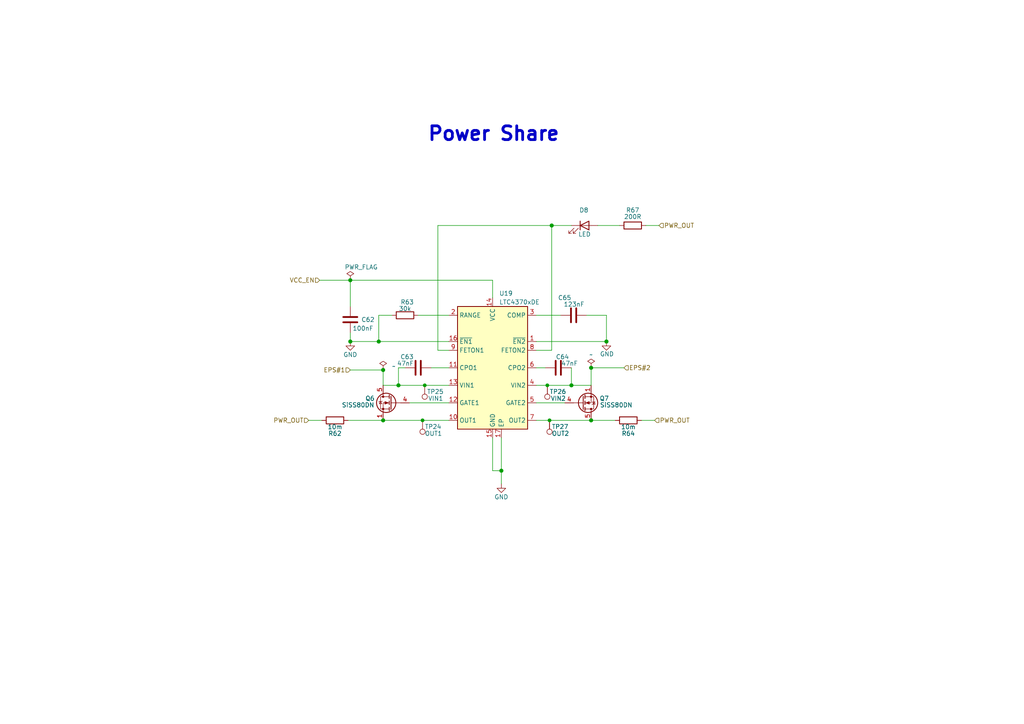
<source format=kicad_sch>
(kicad_sch (version 20211123) (generator eeschema)

  (uuid 2fea3fd4-eca3-456c-acc3-f7ff04372db3)

  (paper "A4")

  (lib_symbols
    (symbol "Connector:TestPoint" (pin_numbers hide) (pin_names (offset 0.762) hide) (in_bom yes) (on_board yes)
      (property "Reference" "TP" (id 0) (at 0 6.858 0)
        (effects (font (size 1.27 1.27)))
      )
      (property "Value" "TestPoint" (id 1) (at 0 5.08 0)
        (effects (font (size 1.27 1.27)))
      )
      (property "Footprint" "" (id 2) (at 5.08 0 0)
        (effects (font (size 1.27 1.27)) hide)
      )
      (property "Datasheet" "~" (id 3) (at 5.08 0 0)
        (effects (font (size 1.27 1.27)) hide)
      )
      (property "ki_keywords" "test point tp" (id 4) (at 0 0 0)
        (effects (font (size 1.27 1.27)) hide)
      )
      (property "ki_description" "test point" (id 5) (at 0 0 0)
        (effects (font (size 1.27 1.27)) hide)
      )
      (property "ki_fp_filters" "Pin* Test*" (id 6) (at 0 0 0)
        (effects (font (size 1.27 1.27)) hide)
      )
      (symbol "TestPoint_0_1"
        (circle (center 0 3.302) (radius 0.762)
          (stroke (width 0) (type default) (color 0 0 0 0))
          (fill (type none))
        )
      )
      (symbol "TestPoint_1_1"
        (pin passive line (at 0 0 90) (length 2.54)
          (name "1" (effects (font (size 1.27 1.27))))
          (number "1" (effects (font (size 1.27 1.27))))
        )
      )
    )
    (symbol "Device:C" (pin_numbers hide) (pin_names (offset 0.254)) (in_bom yes) (on_board yes)
      (property "Reference" "C" (id 0) (at 0.635 2.54 0)
        (effects (font (size 1.27 1.27)) (justify left))
      )
      (property "Value" "C" (id 1) (at 0.635 -2.54 0)
        (effects (font (size 1.27 1.27)) (justify left))
      )
      (property "Footprint" "" (id 2) (at 0.9652 -3.81 0)
        (effects (font (size 1.27 1.27)) hide)
      )
      (property "Datasheet" "~" (id 3) (at 0 0 0)
        (effects (font (size 1.27 1.27)) hide)
      )
      (property "ki_keywords" "cap capacitor" (id 4) (at 0 0 0)
        (effects (font (size 1.27 1.27)) hide)
      )
      (property "ki_description" "Unpolarized capacitor" (id 5) (at 0 0 0)
        (effects (font (size 1.27 1.27)) hide)
      )
      (property "ki_fp_filters" "C_*" (id 6) (at 0 0 0)
        (effects (font (size 1.27 1.27)) hide)
      )
      (symbol "C_0_1"
        (polyline
          (pts
            (xy -2.032 -0.762)
            (xy 2.032 -0.762)
          )
          (stroke (width 0.508) (type default) (color 0 0 0 0))
          (fill (type none))
        )
        (polyline
          (pts
            (xy -2.032 0.762)
            (xy 2.032 0.762)
          )
          (stroke (width 0.508) (type default) (color 0 0 0 0))
          (fill (type none))
        )
      )
      (symbol "C_1_1"
        (pin passive line (at 0 3.81 270) (length 2.794)
          (name "~" (effects (font (size 1.27 1.27))))
          (number "1" (effects (font (size 1.27 1.27))))
        )
        (pin passive line (at 0 -3.81 90) (length 2.794)
          (name "~" (effects (font (size 1.27 1.27))))
          (number "2" (effects (font (size 1.27 1.27))))
        )
      )
    )
    (symbol "Device:LED" (pin_numbers hide) (pin_names (offset 1.016) hide) (in_bom yes) (on_board yes)
      (property "Reference" "D" (id 0) (at 0 2.54 0)
        (effects (font (size 1.27 1.27)))
      )
      (property "Value" "LED" (id 1) (at 0 -2.54 0)
        (effects (font (size 1.27 1.27)))
      )
      (property "Footprint" "" (id 2) (at 0 0 0)
        (effects (font (size 1.27 1.27)) hide)
      )
      (property "Datasheet" "~" (id 3) (at 0 0 0)
        (effects (font (size 1.27 1.27)) hide)
      )
      (property "ki_keywords" "LED diode" (id 4) (at 0 0 0)
        (effects (font (size 1.27 1.27)) hide)
      )
      (property "ki_description" "Light emitting diode" (id 5) (at 0 0 0)
        (effects (font (size 1.27 1.27)) hide)
      )
      (property "ki_fp_filters" "LED* LED_SMD:* LED_THT:*" (id 6) (at 0 0 0)
        (effects (font (size 1.27 1.27)) hide)
      )
      (symbol "LED_0_1"
        (polyline
          (pts
            (xy -1.27 -1.27)
            (xy -1.27 1.27)
          )
          (stroke (width 0.254) (type default) (color 0 0 0 0))
          (fill (type none))
        )
        (polyline
          (pts
            (xy -1.27 0)
            (xy 1.27 0)
          )
          (stroke (width 0) (type default) (color 0 0 0 0))
          (fill (type none))
        )
        (polyline
          (pts
            (xy 1.27 -1.27)
            (xy 1.27 1.27)
            (xy -1.27 0)
            (xy 1.27 -1.27)
          )
          (stroke (width 0.254) (type default) (color 0 0 0 0))
          (fill (type none))
        )
        (polyline
          (pts
            (xy -3.048 -0.762)
            (xy -4.572 -2.286)
            (xy -3.81 -2.286)
            (xy -4.572 -2.286)
            (xy -4.572 -1.524)
          )
          (stroke (width 0) (type default) (color 0 0 0 0))
          (fill (type none))
        )
        (polyline
          (pts
            (xy -1.778 -0.762)
            (xy -3.302 -2.286)
            (xy -2.54 -2.286)
            (xy -3.302 -2.286)
            (xy -3.302 -1.524)
          )
          (stroke (width 0) (type default) (color 0 0 0 0))
          (fill (type none))
        )
      )
      (symbol "LED_1_1"
        (pin passive line (at -3.81 0 0) (length 2.54)
          (name "K" (effects (font (size 1.27 1.27))))
          (number "1" (effects (font (size 1.27 1.27))))
        )
        (pin passive line (at 3.81 0 180) (length 2.54)
          (name "A" (effects (font (size 1.27 1.27))))
          (number "2" (effects (font (size 1.27 1.27))))
        )
      )
    )
    (symbol "Device:R" (pin_numbers hide) (pin_names (offset 0)) (in_bom yes) (on_board yes)
      (property "Reference" "R" (id 0) (at 2.032 0 90)
        (effects (font (size 1.27 1.27)))
      )
      (property "Value" "R" (id 1) (at 0 0 90)
        (effects (font (size 1.27 1.27)))
      )
      (property "Footprint" "" (id 2) (at -1.778 0 90)
        (effects (font (size 1.27 1.27)) hide)
      )
      (property "Datasheet" "~" (id 3) (at 0 0 0)
        (effects (font (size 1.27 1.27)) hide)
      )
      (property "ki_keywords" "R res resistor" (id 4) (at 0 0 0)
        (effects (font (size 1.27 1.27)) hide)
      )
      (property "ki_description" "Resistor" (id 5) (at 0 0 0)
        (effects (font (size 1.27 1.27)) hide)
      )
      (property "ki_fp_filters" "R_*" (id 6) (at 0 0 0)
        (effects (font (size 1.27 1.27)) hide)
      )
      (symbol "R_0_1"
        (rectangle (start -1.016 -2.54) (end 1.016 2.54)
          (stroke (width 0.254) (type default) (color 0 0 0 0))
          (fill (type none))
        )
      )
      (symbol "R_1_1"
        (pin passive line (at 0 3.81 270) (length 1.27)
          (name "~" (effects (font (size 1.27 1.27))))
          (number "1" (effects (font (size 1.27 1.27))))
        )
        (pin passive line (at 0 -3.81 90) (length 1.27)
          (name "~" (effects (font (size 1.27 1.27))))
          (number "2" (effects (font (size 1.27 1.27))))
        )
      )
    )
    (symbol "Power_Management:LTC4370xDE" (in_bom yes) (on_board yes)
      (property "Reference" "U" (id 0) (at -8.89 19.05 0)
        (effects (font (size 1.27 1.27)))
      )
      (property "Value" "LTC4370xDE" (id 1) (at 7.62 19.05 0)
        (effects (font (size 1.27 1.27)))
      )
      (property "Footprint" "Package_DFN_QFN:DFN-16-1EP_3x4mm_P0.45mm_EP1.7x3.3mm" (id 2) (at 0 -22.86 0)
        (effects (font (size 1.27 1.27)) hide)
      )
      (property "Datasheet" "https://www.analog.com/media/en/technical-documentation/data-sheets/4370f.pdf" (id 3) (at 2.54 0 0)
        (effects (font (size 1.27 1.27)) hide)
      )
      (property "ki_keywords" "ideal-diode or-ing current sharing load balancing" (id 4) (at 0 0 0)
        (effects (font (size 1.27 1.27)) hide)
      )
      (property "ki_description" "OR Controller Current Sharing Controller N-Channel 2:1, DFN-16" (id 5) (at 0 0 0)
        (effects (font (size 1.27 1.27)) hide)
      )
      (property "ki_fp_filters" "DFN*1EP*3x4mm*P0.45mm*" (id 6) (at 0 0 0)
        (effects (font (size 1.27 1.27)) hide)
      )
      (symbol "LTC4370xDE_0_1"
        (rectangle (start -10.16 17.78) (end 10.16 -17.78)
          (stroke (width 0.254) (type default) (color 0 0 0 0))
          (fill (type background))
        )
      )
      (symbol "LTC4370xDE_1_1"
        (pin input line (at 12.7 7.62 180) (length 2.54)
          (name "~{EN2}" (effects (font (size 1.27 1.27))))
          (number "1" (effects (font (size 1.27 1.27))))
        )
        (pin input line (at -12.7 -15.24 0) (length 2.54)
          (name "OUT1" (effects (font (size 1.27 1.27))))
          (number "10" (effects (font (size 1.27 1.27))))
        )
        (pin passive line (at -12.7 0 0) (length 2.54)
          (name "CPO1" (effects (font (size 1.27 1.27))))
          (number "11" (effects (font (size 1.27 1.27))))
        )
        (pin output line (at -12.7 -10.16 0) (length 2.54)
          (name "GATE1" (effects (font (size 1.27 1.27))))
          (number "12" (effects (font (size 1.27 1.27))))
        )
        (pin power_in line (at -12.7 -5.08 0) (length 2.54)
          (name "VIN1" (effects (font (size 1.27 1.27))))
          (number "13" (effects (font (size 1.27 1.27))))
        )
        (pin power_in line (at 0 20.32 270) (length 2.54)
          (name "VCC" (effects (font (size 1.27 1.27))))
          (number "14" (effects (font (size 1.27 1.27))))
        )
        (pin power_in line (at 0 -20.32 90) (length 2.54)
          (name "GND" (effects (font (size 1.27 1.27))))
          (number "15" (effects (font (size 1.27 1.27))))
        )
        (pin input line (at -12.7 7.62 0) (length 2.54)
          (name "~{EN1}" (effects (font (size 1.27 1.27))))
          (number "16" (effects (font (size 1.27 1.27))))
        )
        (pin passive line (at 2.54 -20.32 90) (length 2.54)
          (name "EP" (effects (font (size 1.27 1.27))))
          (number "17" (effects (font (size 1.27 1.27))))
        )
        (pin passive line (at -12.7 15.24 0) (length 2.54)
          (name "RANGE" (effects (font (size 1.27 1.27))))
          (number "2" (effects (font (size 1.27 1.27))))
        )
        (pin passive line (at 12.7 15.24 180) (length 2.54)
          (name "COMP" (effects (font (size 1.27 1.27))))
          (number "3" (effects (font (size 1.27 1.27))))
        )
        (pin power_in line (at 12.7 -5.08 180) (length 2.54)
          (name "VIN2" (effects (font (size 1.27 1.27))))
          (number "4" (effects (font (size 1.27 1.27))))
        )
        (pin output line (at 12.7 -10.16 180) (length 2.54)
          (name "GATE2" (effects (font (size 1.27 1.27))))
          (number "5" (effects (font (size 1.27 1.27))))
        )
        (pin passive line (at 12.7 0 180) (length 2.54)
          (name "CPO2" (effects (font (size 1.27 1.27))))
          (number "6" (effects (font (size 1.27 1.27))))
        )
        (pin input line (at 12.7 -15.24 180) (length 2.54)
          (name "OUT2" (effects (font (size 1.27 1.27))))
          (number "7" (effects (font (size 1.27 1.27))))
        )
        (pin open_collector line (at 12.7 5.08 180) (length 2.54)
          (name "FETON2" (effects (font (size 1.27 1.27))))
          (number "8" (effects (font (size 1.27 1.27))))
        )
        (pin open_collector line (at -12.7 5.08 0) (length 2.54)
          (name "FETON1" (effects (font (size 1.27 1.27))))
          (number "9" (effects (font (size 1.27 1.27))))
        )
      )
    )
    (symbol "Transistor_FET:SiS454DN" (pin_names hide) (in_bom yes) (on_board yes)
      (property "Reference" "Q" (id 0) (at 5.08 1.905 0)
        (effects (font (size 1.27 1.27)) (justify left))
      )
      (property "Value" "SiS454DN" (id 1) (at 5.08 0 0)
        (effects (font (size 1.27 1.27)) (justify left))
      )
      (property "Footprint" "Package_SO:Vishay_PowerPAK_1212-8_Single" (id 2) (at 5.08 -1.905 0)
        (effects (font (size 1.27 1.27) italic) (justify left) hide)
      )
      (property "Datasheet" "https://www.vishay.com/docs/66707/sis454dn.pdf" (id 3) (at 0 0 0)
        (effects (font (size 1.27 1.27)) (justify left) hide)
      )
      (property "ki_keywords" "N-Channel MOSFET" (id 4) (at 0 0 0)
        (effects (font (size 1.27 1.27)) hide)
      )
      (property "ki_description" "35A Id, 20V Vds, N-Channel MOSFET, PowerPAK 1212-8 Single" (id 5) (at 0 0 0)
        (effects (font (size 1.27 1.27)) hide)
      )
      (property "ki_fp_filters" "Vishay*PowerPAK*1212*Single*" (id 6) (at 0 0 0)
        (effects (font (size 1.27 1.27)) hide)
      )
      (symbol "SiS454DN_0_1"
        (polyline
          (pts
            (xy 0.254 0)
            (xy -2.54 0)
          )
          (stroke (width 0) (type default) (color 0 0 0 0))
          (fill (type none))
        )
        (polyline
          (pts
            (xy 0.254 1.905)
            (xy 0.254 -1.905)
          )
          (stroke (width 0.254) (type default) (color 0 0 0 0))
          (fill (type none))
        )
        (polyline
          (pts
            (xy 0.762 -1.27)
            (xy 0.762 -2.286)
          )
          (stroke (width 0.254) (type default) (color 0 0 0 0))
          (fill (type none))
        )
        (polyline
          (pts
            (xy 0.762 0.508)
            (xy 0.762 -0.508)
          )
          (stroke (width 0.254) (type default) (color 0 0 0 0))
          (fill (type none))
        )
        (polyline
          (pts
            (xy 0.762 2.286)
            (xy 0.762 1.27)
          )
          (stroke (width 0.254) (type default) (color 0 0 0 0))
          (fill (type none))
        )
        (polyline
          (pts
            (xy 2.54 2.54)
            (xy 2.54 1.778)
          )
          (stroke (width 0) (type default) (color 0 0 0 0))
          (fill (type none))
        )
        (polyline
          (pts
            (xy 2.54 -2.54)
            (xy 2.54 0)
            (xy 0.762 0)
          )
          (stroke (width 0) (type default) (color 0 0 0 0))
          (fill (type none))
        )
        (polyline
          (pts
            (xy 0.762 -1.778)
            (xy 3.302 -1.778)
            (xy 3.302 1.778)
            (xy 0.762 1.778)
          )
          (stroke (width 0) (type default) (color 0 0 0 0))
          (fill (type none))
        )
        (polyline
          (pts
            (xy 1.016 0)
            (xy 2.032 0.381)
            (xy 2.032 -0.381)
            (xy 1.016 0)
          )
          (stroke (width 0) (type default) (color 0 0 0 0))
          (fill (type outline))
        )
        (polyline
          (pts
            (xy 2.794 0.508)
            (xy 2.921 0.381)
            (xy 3.683 0.381)
            (xy 3.81 0.254)
          )
          (stroke (width 0) (type default) (color 0 0 0 0))
          (fill (type none))
        )
        (polyline
          (pts
            (xy 3.302 0.381)
            (xy 2.921 -0.254)
            (xy 3.683 -0.254)
            (xy 3.302 0.381)
          )
          (stroke (width 0) (type default) (color 0 0 0 0))
          (fill (type none))
        )
        (circle (center 1.651 0) (radius 2.794)
          (stroke (width 0.254) (type default) (color 0 0 0 0))
          (fill (type none))
        )
        (circle (center 2.54 -1.778) (radius 0.254)
          (stroke (width 0) (type default) (color 0 0 0 0))
          (fill (type outline))
        )
        (circle (center 2.54 1.778) (radius 0.254)
          (stroke (width 0) (type default) (color 0 0 0 0))
          (fill (type outline))
        )
      )
      (symbol "SiS454DN_1_1"
        (pin passive line (at 2.54 -5.08 90) (length 2.54)
          (name "S" (effects (font (size 1.27 1.27))))
          (number "1" (effects (font (size 1.27 1.27))))
        )
        (pin passive line (at 2.54 -5.08 90) (length 2.54) hide
          (name "S" (effects (font (size 1.27 1.27))))
          (number "2" (effects (font (size 1.27 1.27))))
        )
        (pin passive line (at 2.54 -5.08 90) (length 2.54) hide
          (name "S" (effects (font (size 1.27 1.27))))
          (number "3" (effects (font (size 1.27 1.27))))
        )
        (pin input line (at -5.08 0 0) (length 2.54)
          (name "G" (effects (font (size 1.27 1.27))))
          (number "4" (effects (font (size 1.27 1.27))))
        )
        (pin passive line (at 2.54 5.08 270) (length 2.54)
          (name "D" (effects (font (size 1.27 1.27))))
          (number "5" (effects (font (size 1.27 1.27))))
        )
      )
    )
    (symbol "power:GND" (power) (pin_names (offset 0)) (in_bom yes) (on_board yes)
      (property "Reference" "#PWR" (id 0) (at 0 -6.35 0)
        (effects (font (size 1.27 1.27)) hide)
      )
      (property "Value" "GND" (id 1) (at 0 -3.81 0)
        (effects (font (size 1.27 1.27)))
      )
      (property "Footprint" "" (id 2) (at 0 0 0)
        (effects (font (size 1.27 1.27)) hide)
      )
      (property "Datasheet" "" (id 3) (at 0 0 0)
        (effects (font (size 1.27 1.27)) hide)
      )
      (property "ki_keywords" "power-flag" (id 4) (at 0 0 0)
        (effects (font (size 1.27 1.27)) hide)
      )
      (property "ki_description" "Power symbol creates a global label with name \"GND\" , ground" (id 5) (at 0 0 0)
        (effects (font (size 1.27 1.27)) hide)
      )
      (symbol "GND_0_1"
        (polyline
          (pts
            (xy 0 0)
            (xy 0 -1.27)
            (xy 1.27 -1.27)
            (xy 0 -2.54)
            (xy -1.27 -1.27)
            (xy 0 -1.27)
          )
          (stroke (width 0) (type default) (color 0 0 0 0))
          (fill (type none))
        )
      )
      (symbol "GND_1_1"
        (pin power_in line (at 0 0 270) (length 0) hide
          (name "GND" (effects (font (size 1.27 1.27))))
          (number "1" (effects (font (size 1.27 1.27))))
        )
      )
    )
    (symbol "power:PWR_FLAG" (power) (pin_numbers hide) (pin_names (offset 0) hide) (in_bom yes) (on_board yes)
      (property "Reference" "#FLG" (id 0) (at 0 1.905 0)
        (effects (font (size 1.27 1.27)) hide)
      )
      (property "Value" "PWR_FLAG" (id 1) (at 0 3.81 0)
        (effects (font (size 1.27 1.27)))
      )
      (property "Footprint" "" (id 2) (at 0 0 0)
        (effects (font (size 1.27 1.27)) hide)
      )
      (property "Datasheet" "~" (id 3) (at 0 0 0)
        (effects (font (size 1.27 1.27)) hide)
      )
      (property "ki_keywords" "power-flag" (id 4) (at 0 0 0)
        (effects (font (size 1.27 1.27)) hide)
      )
      (property "ki_description" "Special symbol for telling ERC where power comes from" (id 5) (at 0 0 0)
        (effects (font (size 1.27 1.27)) hide)
      )
      (symbol "PWR_FLAG_0_0"
        (pin power_out line (at 0 0 90) (length 0)
          (name "pwr" (effects (font (size 1.27 1.27))))
          (number "1" (effects (font (size 1.27 1.27))))
        )
      )
      (symbol "PWR_FLAG_0_1"
        (polyline
          (pts
            (xy 0 0)
            (xy 0 1.27)
            (xy -1.016 1.905)
            (xy 0 2.54)
            (xy 1.016 1.905)
            (xy 0 1.27)
          )
          (stroke (width 0) (type default) (color 0 0 0 0))
          (fill (type none))
        )
      )
    )
  )

  (junction (at 159.385 121.92) (diameter 0) (color 0 0 0 0)
    (uuid 08278bf4-f6e9-44ff-9adf-6e32e38a8a34)
  )
  (junction (at 101.6 99.06) (diameter 1.016) (color 0 0 0 0)
    (uuid 17ae423f-6f17-4fd2-aea5-d3d8c77fc776)
  )
  (junction (at 111.125 121.92) (diameter 1.016) (color 0 0 0 0)
    (uuid 1865e3cc-eab3-47af-9960-88cfba1e9259)
  )
  (junction (at 115.57 111.76) (diameter 1.016) (color 0 0 0 0)
    (uuid 557bb52d-e17c-47df-b43b-bdb1b2282920)
  )
  (junction (at 111.125 107.315) (diameter 1.016) (color 0 0 0 0)
    (uuid 7b5f62e2-70ca-4758-b159-c85e71374ff8)
  )
  (junction (at 109.855 99.06) (diameter 1.016) (color 0 0 0 0)
    (uuid 7e9e8112-44fc-4216-ac01-88d07c366d80)
  )
  (junction (at 158.75 111.76) (diameter 0) (color 0 0 0 0)
    (uuid b226a041-a7ec-42f9-8871-339a0bba8fd1)
  )
  (junction (at 123.19 111.76) (diameter 0) (color 0 0 0 0)
    (uuid bf81f6e2-ffb3-4e72-80b1-c468caaf1da9)
  )
  (junction (at 171.45 106.68) (diameter 1.016) (color 0 0 0 0)
    (uuid c1138cb6-aa60-4fae-9b51-8c58b8d505bb)
  )
  (junction (at 122.555 121.92) (diameter 0) (color 0 0 0 0)
    (uuid c7efea67-c5c9-4d4c-a7dc-1bcddab8c606)
  )
  (junction (at 101.6 81.28) (diameter 1.016) (color 0 0 0 0)
    (uuid cba8ab97-0377-43bd-bef7-6314ce99d4ae)
  )
  (junction (at 145.415 136.525) (diameter 1.016) (color 0 0 0 0)
    (uuid ce052e62-9895-4eaf-b763-02bb1f2f2fc0)
  )
  (junction (at 175.895 99.06) (diameter 1.016) (color 0 0 0 0)
    (uuid d4cd87e2-b977-4912-8c02-b958c3339182)
  )
  (junction (at 165.735 111.76) (diameter 1.016) (color 0 0 0 0)
    (uuid e2cf0e60-d46d-43a0-8c43-11f95b75bd32)
  )
  (junction (at 160.02 65.405) (diameter 1.016) (color 0 0 0 0)
    (uuid eacb8113-e0ce-4580-bfb3-1a131027d34b)
  )
  (junction (at 171.45 121.92) (diameter 1.016) (color 0 0 0 0)
    (uuid f3ba663e-8563-4c48-a8cc-72c18d8d96e8)
  )

  (wire (pts (xy 122.555 121.92) (xy 130.175 121.92))
    (stroke (width 0) (type solid) (color 0 0 0 0))
    (uuid 11acf68e-b267-4635-86b8-6f03c2c91aff)
  )
  (wire (pts (xy 101.6 96.52) (xy 101.6 99.06))
    (stroke (width 0) (type solid) (color 0 0 0 0))
    (uuid 15300c78-cac1-4acf-a248-1aea9c2f046d)
  )
  (wire (pts (xy 159.385 121.92) (xy 171.45 121.92))
    (stroke (width 0) (type solid) (color 0 0 0 0))
    (uuid 2a66cc3a-c090-4ce0-a61f-f7e30ae6a985)
  )
  (wire (pts (xy 155.575 106.68) (xy 158.115 106.68))
    (stroke (width 0) (type solid) (color 0 0 0 0))
    (uuid 321c3fc1-b22a-4f81-8032-1403298881b3)
  )
  (wire (pts (xy 165.735 106.68) (xy 165.735 111.76))
    (stroke (width 0) (type solid) (color 0 0 0 0))
    (uuid 358ae2b4-d39f-4313-8e8c-470a49c25681)
  )
  (wire (pts (xy 145.415 127) (xy 145.415 136.525))
    (stroke (width 0) (type solid) (color 0 0 0 0))
    (uuid 3a1f31d4-33bc-4227-ab03-87b9ec2cbe94)
  )
  (wire (pts (xy 145.415 136.525) (xy 145.415 140.335))
    (stroke (width 0) (type solid) (color 0 0 0 0))
    (uuid 3a1f31d4-33bc-4227-ab03-87b9ec2cbe95)
  )
  (wire (pts (xy 142.875 127) (xy 142.875 136.525))
    (stroke (width 0) (type solid) (color 0 0 0 0))
    (uuid 3b4a9caa-dc7b-4e2e-b2b0-90e7a81fe3fb)
  )
  (wire (pts (xy 115.57 106.68) (xy 115.57 111.76))
    (stroke (width 0) (type solid) (color 0 0 0 0))
    (uuid 43a23b2b-f932-4397-9c49-6a5c30c97413)
  )
  (wire (pts (xy 123.19 111.76) (xy 130.175 111.76))
    (stroke (width 0) (type solid) (color 0 0 0 0))
    (uuid 4d271c30-63f0-4082-8f97-4aaca832b92e)
  )
  (wire (pts (xy 127 101.6) (xy 127 65.405))
    (stroke (width 0) (type solid) (color 0 0 0 0))
    (uuid 5a5180e7-058f-4bb5-b0b4-ba1588e8a909)
  )
  (wire (pts (xy 130.175 101.6) (xy 127 101.6))
    (stroke (width 0) (type solid) (color 0 0 0 0))
    (uuid 5a5180e7-058f-4bb5-b0b4-ba1588e8a90a)
  )
  (wire (pts (xy 100.965 121.92) (xy 111.125 121.92))
    (stroke (width 0) (type solid) (color 0 0 0 0))
    (uuid 5c6c1697-d2e0-4a82-99b3-7a618c8827c3)
  )
  (wire (pts (xy 111.125 121.92) (xy 122.555 121.92))
    (stroke (width 0) (type solid) (color 0 0 0 0))
    (uuid 5c6c1697-d2e0-4a82-99b3-7a618c8827c4)
  )
  (wire (pts (xy 155.575 91.44) (xy 162.56 91.44))
    (stroke (width 0) (type solid) (color 0 0 0 0))
    (uuid 5daf77da-b4e9-4deb-a921-8bcf8f87a599)
  )
  (wire (pts (xy 173.355 65.405) (xy 179.705 65.405))
    (stroke (width 0) (type solid) (color 0 0 0 0))
    (uuid 5f7b8b2a-566c-49be-a5f6-0f2ec6835f49)
  )
  (wire (pts (xy 125.095 106.68) (xy 130.175 106.68))
    (stroke (width 0) (type solid) (color 0 0 0 0))
    (uuid 6e5cbb8d-b7f7-4819-b76c-658f0b1d3cfd)
  )
  (wire (pts (xy 101.6 81.28) (xy 142.875 81.28))
    (stroke (width 0) (type solid) (color 0 0 0 0))
    (uuid 82d80e64-058a-4fbe-bd4a-161d76b6630c)
  )
  (wire (pts (xy 101.6 88.9) (xy 101.6 81.28))
    (stroke (width 0) (type solid) (color 0 0 0 0))
    (uuid 82d80e64-058a-4fbe-bd4a-161d76b6630d)
  )
  (wire (pts (xy 186.055 121.92) (xy 189.865 121.92))
    (stroke (width 0) (type solid) (color 0 0 0 0))
    (uuid 8ef31014-c534-4826-8fee-a20c34bc77de)
  )
  (wire (pts (xy 165.735 65.405) (xy 160.02 65.405))
    (stroke (width 0) (type solid) (color 0 0 0 0))
    (uuid 9353fa21-7e96-4086-b175-fb2a1e911709)
  )
  (wire (pts (xy 121.285 91.44) (xy 130.175 91.44))
    (stroke (width 0) (type solid) (color 0 0 0 0))
    (uuid 93863061-216d-41c3-9afc-e391c40acd06)
  )
  (wire (pts (xy 180.975 106.68) (xy 171.45 106.68))
    (stroke (width 0) (type solid) (color 0 0 0 0))
    (uuid 99755dbb-9003-4bba-893a-d14708584fcf)
  )
  (wire (pts (xy 101.6 99.06) (xy 109.855 99.06))
    (stroke (width 0) (type solid) (color 0 0 0 0))
    (uuid 9979c2aa-e757-491a-8c78-340bc08424f0)
  )
  (wire (pts (xy 142.875 136.525) (xy 145.415 136.525))
    (stroke (width 0) (type solid) (color 0 0 0 0))
    (uuid 9d76852f-8a6b-42ef-a9dc-e7e4f3b042cb)
  )
  (wire (pts (xy 109.855 91.44) (xy 109.855 99.06))
    (stroke (width 0) (type solid) (color 0 0 0 0))
    (uuid a37118e8-d843-457a-a79f-f277e827b176)
  )
  (wire (pts (xy 109.855 99.06) (xy 130.175 99.06))
    (stroke (width 0) (type solid) (color 0 0 0 0))
    (uuid a37118e8-d843-457a-a79f-f277e827b177)
  )
  (wire (pts (xy 113.665 91.44) (xy 109.855 91.44))
    (stroke (width 0) (type solid) (color 0 0 0 0))
    (uuid a37118e8-d843-457a-a79f-f277e827b178)
  )
  (wire (pts (xy 187.325 65.405) (xy 191.135 65.405))
    (stroke (width 0) (type solid) (color 0 0 0 0))
    (uuid ab05231b-ad2a-4d83-a20f-22d728d44de6)
  )
  (wire (pts (xy 111.125 107.315) (xy 111.125 111.76))
    (stroke (width 0) (type solid) (color 0 0 0 0))
    (uuid acf55831-8b38-46a4-8c4a-0d417568a7d8)
  )
  (wire (pts (xy 142.875 86.36) (xy 142.875 81.28))
    (stroke (width 0) (type solid) (color 0 0 0 0))
    (uuid b14f2a9a-d3bb-4e86-b583-08285da827ee)
  )
  (wire (pts (xy 155.575 99.06) (xy 175.895 99.06))
    (stroke (width 0) (type solid) (color 0 0 0 0))
    (uuid b292fb52-6cf0-46cc-9b93-016425ff7080)
  )
  (wire (pts (xy 117.475 106.68) (xy 115.57 106.68))
    (stroke (width 0) (type solid) (color 0 0 0 0))
    (uuid b2ca5036-395e-44a5-ad45-e3edad20198a)
  )
  (wire (pts (xy 118.745 116.84) (xy 130.175 116.84))
    (stroke (width 0) (type solid) (color 0 0 0 0))
    (uuid bd949ea8-5a40-473d-be33-cfbdfe83f36f)
  )
  (wire (pts (xy 170.18 91.44) (xy 175.895 91.44))
    (stroke (width 0) (type solid) (color 0 0 0 0))
    (uuid c3eae586-c7fc-4357-acc6-9fa53de3fa71)
  )
  (wire (pts (xy 175.895 91.44) (xy 175.895 99.06))
    (stroke (width 0) (type solid) (color 0 0 0 0))
    (uuid c3eae586-c7fc-4357-acc6-9fa53de3fa72)
  )
  (wire (pts (xy 101.6 107.315) (xy 111.125 107.315))
    (stroke (width 0) (type solid) (color 0 0 0 0))
    (uuid c50d297c-c1bd-405c-8309-919ea05d2f65)
  )
  (wire (pts (xy 93.345 121.92) (xy 89.535 121.92))
    (stroke (width 0) (type solid) (color 0 0 0 0))
    (uuid c54615ad-d7cf-4160-92f4-49ea5a14b8f6)
  )
  (wire (pts (xy 111.125 111.76) (xy 115.57 111.76))
    (stroke (width 0) (type solid) (color 0 0 0 0))
    (uuid d7ab8398-447c-43b1-b3bc-83ace0a24285)
  )
  (wire (pts (xy 115.57 111.76) (xy 123.19 111.76))
    (stroke (width 0) (type solid) (color 0 0 0 0))
    (uuid d7ab8398-447c-43b1-b3bc-83ace0a24286)
  )
  (wire (pts (xy 155.575 101.6) (xy 160.02 101.6))
    (stroke (width 0) (type solid) (color 0 0 0 0))
    (uuid db0662e3-a04a-464a-8087-6a6fd89d6467)
  )
  (wire (pts (xy 160.02 65.405) (xy 127 65.405))
    (stroke (width 0) (type solid) (color 0 0 0 0))
    (uuid db0662e3-a04a-464a-8087-6a6fd89d6468)
  )
  (wire (pts (xy 160.02 101.6) (xy 160.02 65.405))
    (stroke (width 0) (type solid) (color 0 0 0 0))
    (uuid db0662e3-a04a-464a-8087-6a6fd89d6469)
  )
  (wire (pts (xy 155.575 111.76) (xy 158.75 111.76))
    (stroke (width 0) (type solid) (color 0 0 0 0))
    (uuid e002972f-c1db-4644-85c4-55672037a657)
  )
  (wire (pts (xy 165.735 111.76) (xy 171.45 111.76))
    (stroke (width 0) (type solid) (color 0 0 0 0))
    (uuid e002972f-c1db-4644-85c4-55672037a658)
  )
  (wire (pts (xy 92.71 81.28) (xy 101.6 81.28))
    (stroke (width 0) (type solid) (color 0 0 0 0))
    (uuid e34d454f-c60d-42a3-a151-2103ea267148)
  )
  (wire (pts (xy 171.45 106.68) (xy 171.45 111.76))
    (stroke (width 0) (type solid) (color 0 0 0 0))
    (uuid ebc26132-88d1-40c0-abf8-0cd245ef422b)
  )
  (wire (pts (xy 155.575 116.84) (xy 163.83 116.84))
    (stroke (width 0) (type solid) (color 0 0 0 0))
    (uuid ed4495a5-66e2-48b5-9929-b91130bf244e)
  )
  (wire (pts (xy 155.575 121.92) (xy 159.385 121.92))
    (stroke (width 0) (type solid) (color 0 0 0 0))
    (uuid fa55f18e-7f67-4861-bd6e-e6bb153ea2cb)
  )
  (wire (pts (xy 171.45 121.92) (xy 178.435 121.92))
    (stroke (width 0) (type solid) (color 0 0 0 0))
    (uuid fa55f18e-7f67-4861-bd6e-e6bb153ea2cc)
  )
  (wire (pts (xy 158.75 111.76) (xy 165.735 111.76))
    (stroke (width 0) (type solid) (color 0 0 0 0))
    (uuid fcb4d5e4-47ec-4be4-9a81-c261c8e6d062)
  )

  (text "Power Share" (at 123.825 41.275 0)
    (effects (font (size 4 4) (thickness 0.8) bold) (justify left bottom))
    (uuid f12f9177-daaa-4d26-9876-f2af60b27492)
  )

  (hierarchical_label "VCC_EN" (shape input) (at 92.71 81.28 180)
    (effects (font (size 1.27 1.27)) (justify right))
    (uuid 01531d62-ea5b-4514-b251-4e14eb2294a5)
  )
  (hierarchical_label "PWR_OUT" (shape input) (at 89.535 121.92 180)
    (effects (font (size 1.27 1.27)) (justify right))
    (uuid 32f2ea97-3b5d-4b13-b59c-d470bb5f701e)
  )
  (hierarchical_label "PWR_OUT" (shape input) (at 189.865 121.92 0)
    (effects (font (size 1.27 1.27)) (justify left))
    (uuid 42b803df-e3e3-47f1-abf1-d1243ccbb9e2)
  )
  (hierarchical_label "PWR_OUT" (shape input) (at 191.135 65.405 0)
    (effects (font (size 1.27 1.27)) (justify left))
    (uuid b609a8d0-0802-4762-9183-f4da6101cc9b)
  )
  (hierarchical_label "EPS#2" (shape input) (at 180.975 106.68 0)
    (effects (font (size 1.27 1.27)) (justify left))
    (uuid c46bc12c-424d-421c-b02f-6d8c1cbb65c2)
  )
  (hierarchical_label "EPS#1" (shape input) (at 101.6 107.315 180)
    (effects (font (size 1.27 1.27)) (justify right))
    (uuid d92476d0-9759-4944-99bd-7c11a2528abb)
  )

  (symbol (lib_id "Transistor_FET:SiS454DN") (at 113.665 116.84 0) (mirror y)
    (in_bom yes) (on_board yes)
    (uuid 1231c43f-14ca-47cc-9675-e5654a66914e)
    (property "Reference" "Q6" (id 0) (at 107.315 115.57 0))
    (property "Value" "SiSS80DN" (id 1) (at 108.585 117.475 0)
      (effects (font (size 1.27 1.27)) (justify left))
    )
    (property "Footprint" "Package_SO:Vishay_PowerPAK_1212-8_Single" (id 2) (at 108.585 118.745 0)
      (effects (font (size 1.27 1.27) italic) (justify left) hide)
    )
    (property "Datasheet" "https://www.vishay.com/docs/66707/sis454dn.pdf" (id 3) (at 113.665 116.84 0)
      (effects (font (size 1.27 1.27)) (justify left) hide)
    )
    (pin "1" (uuid 44bc5832-053e-418c-881c-29fee48e7b81))
    (pin "2" (uuid b9eb8bdd-2d5e-43b5-a1d2-7234d0e22a48))
    (pin "3" (uuid a143eee7-36e4-4513-899e-68801f936d74))
    (pin "4" (uuid bbd01e7b-2b1f-405e-863c-19a7db076e73))
    (pin "5" (uuid 435bbab1-1502-405d-a6dd-79d0841cd662))
  )

  (symbol (lib_id "Transistor_FET:SiS454DN") (at 168.91 116.84 0) (mirror x)
    (in_bom yes) (on_board yes)
    (uuid 17ddf7e8-eb96-4a18-9066-e11ac3a15cf4)
    (property "Reference" "Q7" (id 0) (at 175.26 115.57 0))
    (property "Value" "SiSS80DN" (id 1) (at 173.99 117.475 0)
      (effects (font (size 1.27 1.27)) (justify left))
    )
    (property "Footprint" "Package_SO:Vishay_PowerPAK_1212-8_Single" (id 2) (at 173.99 114.935 0)
      (effects (font (size 1.27 1.27) italic) (justify left) hide)
    )
    (property "Datasheet" "https://www.vishay.com/docs/66707/sis454dn.pdf" (id 3) (at 168.91 116.84 0)
      (effects (font (size 1.27 1.27)) (justify left) hide)
    )
    (pin "1" (uuid 8b2905cd-6fb7-4442-8990-2741199458cd))
    (pin "2" (uuid b5569d73-0f9c-4a4a-8516-d05cc00134d6))
    (pin "3" (uuid 05c9a1d7-5317-495d-8a84-66f86a0501b0))
    (pin "4" (uuid 4fb88fa6-a5b9-4ef9-9e4a-079336b252de))
    (pin "5" (uuid b2606725-5817-4b4f-bbb6-aef61bc922d2))
  )

  (symbol (lib_id "Device:R") (at 117.475 91.44 90)
    (in_bom yes) (on_board yes)
    (uuid 192c29fe-4174-40bd-a33c-5a56fe839628)
    (property "Reference" "R63" (id 0) (at 118.11 87.63 90))
    (property "Value" "30k" (id 1) (at 117.475 89.535 90))
    (property "Footprint" "Resistor_SMD:R_0603_1608Metric" (id 2) (at 117.475 93.218 90)
      (effects (font (size 1.27 1.27)) hide)
    )
    (property "Datasheet" "~" (id 3) (at 117.475 91.44 0)
      (effects (font (size 1.27 1.27)) hide)
    )
    (pin "1" (uuid 8725755b-f694-4a2f-887b-6a2d2309295f))
    (pin "2" (uuid 2982ebac-034f-4118-a272-f8166ed73bfc))
  )

  (symbol (lib_id "Device:C") (at 166.37 91.44 90)
    (in_bom yes) (on_board yes)
    (uuid 1a676e0a-4012-4c1c-9ef1-562c2faae053)
    (property "Reference" "C65" (id 0) (at 165.7349 86.36 90)
      (effects (font (size 1.27 1.27)) (justify left))
    )
    (property "Value" "123nF" (id 1) (at 169.545 88.265 90)
      (effects (font (size 1.27 1.27)) (justify left))
    )
    (property "Footprint" "Capacitor_SMD:C_0603_1608Metric" (id 2) (at 170.18 90.4748 0)
      (effects (font (size 1.27 1.27)) hide)
    )
    (property "Datasheet" "~" (id 3) (at 166.37 91.44 0)
      (effects (font (size 1.27 1.27)) hide)
    )
    (pin "1" (uuid 569428b6-6b89-453c-a7e3-00a314ffeb05))
    (pin "2" (uuid c01e21ae-a884-45e9-b1c4-c6b9c91c8ef1))
  )

  (symbol (lib_id "Connector:TestPoint") (at 159.385 121.92 180)
    (in_bom yes) (on_board yes)
    (uuid 304f25fe-e38d-4377-b8f1-26289354f05c)
    (property "Reference" "TP27" (id 0) (at 160.02 123.7614 0)
      (effects (font (size 1.27 1.27)) (justify right))
    )
    (property "Value" "OUT2" (id 1) (at 162.56 125.73 0))
    (property "Footprint" "" (id 2) (at 154.305 121.92 0)
      (effects (font (size 1.27 1.27)) hide)
    )
    (property "Datasheet" "~" (id 3) (at 154.305 121.92 0)
      (effects (font (size 1.27 1.27)) hide)
    )
    (pin "1" (uuid 358414db-7f31-4504-a43d-29c53be1cc33))
  )

  (symbol (lib_id "Device:C") (at 101.6 92.71 0)
    (in_bom yes) (on_board yes)
    (uuid 3ae5819c-1841-4d9f-b404-6f1058ae3a5f)
    (property "Reference" "C62" (id 0) (at 104.775 92.7099 0)
      (effects (font (size 1.27 1.27)) (justify left))
    )
    (property "Value" "100nF" (id 1) (at 102.235 95.25 0)
      (effects (font (size 1.27 1.27)) (justify left))
    )
    (property "Footprint" "Capacitor_SMD:C_0603_1608Metric" (id 2) (at 102.5652 96.52 0)
      (effects (font (size 1.27 1.27)) hide)
    )
    (property "Datasheet" "~" (id 3) (at 101.6 92.71 0)
      (effects (font (size 1.27 1.27)) hide)
    )
    (pin "1" (uuid e9c5edea-5a0a-4745-9e80-06955b088c82))
    (pin "2" (uuid db4e97fb-f3bf-47e9-8d69-566d33c4b080))
  )

  (symbol (lib_id "Device:R") (at 183.515 65.405 90)
    (in_bom yes) (on_board yes)
    (uuid 441d5e74-e8de-413e-8e56-906f5a5e6c53)
    (property "Reference" "R67" (id 0) (at 183.515 60.96 90))
    (property "Value" "200R" (id 1) (at 183.515 62.865 90))
    (property "Footprint" "Inductor_SMD:L_0603_1608Metric" (id 2) (at 183.515 67.183 90)
      (effects (font (size 1.27 1.27)) hide)
    )
    (property "Datasheet" "~" (id 3) (at 183.515 65.405 0)
      (effects (font (size 1.27 1.27)) hide)
    )
    (pin "1" (uuid 44acb54c-aef3-4955-9bfb-226f108adaca))
    (pin "2" (uuid 290d39a1-878e-4b3a-b8a2-66f72bdaf90c))
  )

  (symbol (lib_id "Connector:TestPoint") (at 122.555 121.92 180)
    (in_bom yes) (on_board yes)
    (uuid 4be1be59-191f-4e68-88ec-9dc9ef6dd51c)
    (property "Reference" "TP24" (id 0) (at 123.19 123.7614 0)
      (effects (font (size 1.27 1.27)) (justify right))
    )
    (property "Value" "OUT1" (id 1) (at 125.73 125.73 0))
    (property "Footprint" "" (id 2) (at 117.475 121.92 0)
      (effects (font (size 1.27 1.27)) hide)
    )
    (property "Datasheet" "~" (id 3) (at 117.475 121.92 0)
      (effects (font (size 1.27 1.27)) hide)
    )
    (pin "1" (uuid f14bb4ef-adf9-49ab-b66a-2279de964e58))
  )

  (symbol (lib_id "power:GND") (at 101.6 99.06 0)
    (in_bom yes) (on_board yes) (fields_autoplaced)
    (uuid 53e26ade-bd9c-4446-97fa-2670d06dcf2a)
    (property "Reference" "#PWR0196" (id 0) (at 101.6 105.41 0)
      (effects (font (size 1.27 1.27)) hide)
    )
    (property "Value" "GND" (id 1) (at 101.6 102.87 0))
    (property "Footprint" "" (id 2) (at 101.6 99.06 0)
      (effects (font (size 1.27 1.27)) hide)
    )
    (property "Datasheet" "" (id 3) (at 101.6 99.06 0)
      (effects (font (size 1.27 1.27)) hide)
    )
    (pin "1" (uuid 301e46f8-986b-4ee7-a186-8a726ddb27d6))
  )

  (symbol (lib_id "power:PWR_FLAG") (at 101.6 81.28 0)
    (in_bom yes) (on_board yes)
    (uuid 71b2073a-7077-427a-8045-1bf51c525599)
    (property "Reference" "#FLG0111" (id 0) (at 101.6 79.375 0)
      (effects (font (size 1.27 1.27)) hide)
    )
    (property "Value" "PWR_FLAG" (id 1) (at 104.775 77.47 0))
    (property "Footprint" "" (id 2) (at 101.6 81.28 0)
      (effects (font (size 1.27 1.27)) hide)
    )
    (property "Datasheet" "~" (id 3) (at 101.6 81.28 0)
      (effects (font (size 1.27 1.27)) hide)
    )
    (pin "1" (uuid 4a86ef53-4bf3-4943-b88b-4adc3c065b6a))
  )

  (symbol (lib_id "Device:R") (at 97.155 121.92 90)
    (in_bom yes) (on_board yes)
    (uuid 7668c40f-9ef7-464e-ae85-6d281af3ee93)
    (property "Reference" "R62" (id 0) (at 97.155 125.73 90))
    (property "Value" "10m" (id 1) (at 97.155 123.825 90))
    (property "Footprint" "Resistor_SMD:R_0603_1608Metric" (id 2) (at 97.155 123.698 90)
      (effects (font (size 1.27 1.27)) hide)
    )
    (property "Datasheet" "~" (id 3) (at 97.155 121.92 0)
      (effects (font (size 1.27 1.27)) hide)
    )
    (pin "1" (uuid fa5be791-d545-47c7-a098-6d6be824a2d2))
    (pin "2" (uuid e2e30088-4507-4117-b87a-0702e7155cbd))
  )

  (symbol (lib_id "Device:C") (at 161.925 106.68 90)
    (in_bom yes) (on_board yes)
    (uuid 79928b8a-8bc5-48fe-8c09-b41a51726282)
    (property "Reference" "C64" (id 0) (at 165.0999 103.505 90)
      (effects (font (size 1.27 1.27)) (justify left))
    )
    (property "Value" "47nF" (id 1) (at 167.64 105.41 90)
      (effects (font (size 1.27 1.27)) (justify left))
    )
    (property "Footprint" "Capacitor_SMD:C_0603_1608Metric" (id 2) (at 165.735 105.7148 0)
      (effects (font (size 1.27 1.27)) hide)
    )
    (property "Datasheet" "~" (id 3) (at 161.925 106.68 0)
      (effects (font (size 1.27 1.27)) hide)
    )
    (pin "1" (uuid da5518c0-b9ae-4414-8e48-cfa4dc548d29))
    (pin "2" (uuid 59762512-e44e-43ba-9f24-0a9361736925))
  )

  (symbol (lib_id "power:GND") (at 175.895 99.06 0)
    (in_bom yes) (on_board yes)
    (uuid 92aa3ac5-461e-4a43-803d-9ee73ccf5438)
    (property "Reference" "#PWR0198" (id 0) (at 175.895 105.41 0)
      (effects (font (size 1.27 1.27)) hide)
    )
    (property "Value" "GND" (id 1) (at 173.99 102.6794 0)
      (effects (font (size 1.27 1.27)) (justify left))
    )
    (property "Footprint" "" (id 2) (at 175.895 99.06 0)
      (effects (font (size 1.27 1.27)) hide)
    )
    (property "Datasheet" "" (id 3) (at 175.895 99.06 0)
      (effects (font (size 1.27 1.27)) hide)
    )
    (pin "1" (uuid a5fc5832-38e9-4307-adff-d71be9d1e614))
  )

  (symbol (lib_id "power:PWR_FLAG") (at 111.125 107.315 0)
    (in_bom yes) (on_board yes) (fields_autoplaced)
    (uuid 9e489abf-02a5-4f2c-b016-3c37c8428006)
    (property "Reference" "#FLG0110" (id 0) (at 111.125 105.41 0)
      (effects (font (size 1.27 1.27)) hide)
    )
    (property "Value" "~" (id 1) (at 113.665 106.2354 0)
      (effects (font (size 1.27 1.27)) (justify left))
    )
    (property "Footprint" "" (id 2) (at 111.125 107.315 0)
      (effects (font (size 1.27 1.27)) hide)
    )
    (property "Datasheet" "~" (id 3) (at 111.125 107.315 0)
      (effects (font (size 1.27 1.27)) hide)
    )
    (pin "1" (uuid 3fd19c28-e650-4421-8314-c2a0e3c79d84))
  )

  (symbol (lib_id "Device:R") (at 182.245 121.92 270)
    (in_bom yes) (on_board yes)
    (uuid b52e8e8e-da58-4f75-bc39-6f4fede7a32c)
    (property "Reference" "R64" (id 0) (at 182.245 125.73 90))
    (property "Value" "10m" (id 1) (at 182.245 123.825 90))
    (property "Footprint" "Resistor_SMD:R_0603_1608Metric" (id 2) (at 182.245 120.142 90)
      (effects (font (size 1.27 1.27)) hide)
    )
    (property "Datasheet" "~" (id 3) (at 182.245 121.92 0)
      (effects (font (size 1.27 1.27)) hide)
    )
    (pin "1" (uuid 94592f66-6160-443d-adfd-cfd6a759a9da))
    (pin "2" (uuid 3e2a0515-2f06-450a-85a2-46642dd6bcf9))
  )

  (symbol (lib_id "power:PWR_FLAG") (at 171.45 106.68 0)
    (in_bom yes) (on_board yes) (fields_autoplaced)
    (uuid c6054f26-cf31-40c9-8cfb-713768c32b4a)
    (property "Reference" "#FLG0112" (id 0) (at 171.45 104.775 0)
      (effects (font (size 1.27 1.27)) hide)
    )
    (property "Value" "~" (id 1) (at 171.45 102.87 0))
    (property "Footprint" "" (id 2) (at 171.45 106.68 0)
      (effects (font (size 1.27 1.27)) hide)
    )
    (property "Datasheet" "~" (id 3) (at 171.45 106.68 0)
      (effects (font (size 1.27 1.27)) hide)
    )
    (pin "1" (uuid f9c42411-0d7a-4f8f-9739-c423c9a80a13))
  )

  (symbol (lib_id "Connector:TestPoint") (at 123.19 111.76 180)
    (in_bom yes) (on_board yes)
    (uuid cac0bb29-d39d-4fdc-b6eb-30f19a995d23)
    (property "Reference" "TP25" (id 0) (at 123.825 113.6014 0)
      (effects (font (size 1.27 1.27)) (justify right))
    )
    (property "Value" "VIN1" (id 1) (at 126.365 115.57 0))
    (property "Footprint" "" (id 2) (at 118.11 111.76 0)
      (effects (font (size 1.27 1.27)) hide)
    )
    (property "Datasheet" "~" (id 3) (at 118.11 111.76 0)
      (effects (font (size 1.27 1.27)) hide)
    )
    (pin "1" (uuid 9f74662d-407f-4bdb-b94d-ea07a7be9030))
  )

  (symbol (lib_id "Device:LED") (at 169.545 65.405 0)
    (in_bom yes) (on_board yes) (fields_autoplaced)
    (uuid cdfa9e5f-661f-4cfc-ac79-74c1592e7e47)
    (property "Reference" "D8" (id 0) (at 169.3545 60.96 0))
    (property "Value" "LED" (id 1) (at 169.545 67.945 0))
    (property "Footprint" "LED_SMD:LED_0603_1608Metric" (id 2) (at 169.545 65.405 0)
      (effects (font (size 1.27 1.27)) hide)
    )
    (property "Datasheet" "~" (id 3) (at 169.545 65.405 0)
      (effects (font (size 1.27 1.27)) hide)
    )
    (pin "1" (uuid e27922c5-54d6-4dfc-8bf9-c9a7e8dd0f99))
    (pin "2" (uuid 0e1ca2d1-204e-4531-b099-37bd11b2c827))
  )

  (symbol (lib_id "Connector:TestPoint") (at 158.75 111.76 180)
    (in_bom yes) (on_board yes)
    (uuid d8d04eb0-7ed8-4205-bb00-15d7a4a02a43)
    (property "Reference" "TP26" (id 0) (at 159.385 113.6014 0)
      (effects (font (size 1.27 1.27)) (justify right))
    )
    (property "Value" "VIN2" (id 1) (at 161.925 115.57 0))
    (property "Footprint" "" (id 2) (at 153.67 111.76 0)
      (effects (font (size 1.27 1.27)) hide)
    )
    (property "Datasheet" "~" (id 3) (at 153.67 111.76 0)
      (effects (font (size 1.27 1.27)) hide)
    )
    (pin "1" (uuid ce454572-5eb0-4a99-9545-c9ff677ced47))
  )

  (symbol (lib_id "Power_Management:LTC4370xDE") (at 142.875 106.68 0)
    (in_bom yes) (on_board yes)
    (uuid dd4673e5-88b8-4bb8-94af-40b6837b93f2)
    (property "Reference" "U19" (id 0) (at 144.7799 85.09 0)
      (effects (font (size 1.27 1.27)) (justify left))
    )
    (property "Value" "LTC4370xDE" (id 1) (at 144.7799 87.63 0)
      (effects (font (size 1.27 1.27)) (justify left))
    )
    (property "Footprint" "Package_DFN_QFN:DFN-16-1EP_3x4mm_P0.45mm_EP1.7x3.3mm" (id 2) (at 142.875 129.54 0)
      (effects (font (size 1.27 1.27)) hide)
    )
    (property "Datasheet" "https://www.analog.com/media/en/technical-documentation/data-sheets/4370f.pdf" (id 3) (at 145.415 106.68 0)
      (effects (font (size 1.27 1.27)) hide)
    )
    (pin "1" (uuid d97b5845-6644-447c-9f78-313a474e567e))
    (pin "10" (uuid 4699edcb-402f-4b11-823b-a2598fcc1e17))
    (pin "11" (uuid 3368814b-69c3-43c4-8b48-94a0e9dfcc05))
    (pin "12" (uuid 79dea831-7c3f-4f5a-9e5a-aab50653a2ec))
    (pin "13" (uuid 7468d397-4905-4271-9729-c2cf02e871be))
    (pin "14" (uuid ee42bd39-9554-4f7d-9688-e80e94160b82))
    (pin "15" (uuid 04c0cfd2-8aa1-446e-b61d-4657d98aacf1))
    (pin "16" (uuid 90547126-2f75-48ed-be57-12027c91d2f5))
    (pin "17" (uuid 2722d822-e984-4839-9a17-821c271fad33))
    (pin "2" (uuid 5bfdb129-6728-4e75-baed-b56d0a904691))
    (pin "3" (uuid 9a020aea-722a-4316-9950-7f8a1331f76a))
    (pin "4" (uuid d96954d4-1ac0-49ae-981e-bc5a8df27424))
    (pin "5" (uuid 8c70192e-a570-4756-860c-b654efea20f7))
    (pin "6" (uuid 80050a10-235f-4950-ad32-8cba11cde28f))
    (pin "7" (uuid 2596dd50-a555-4184-b224-c00f3e840a09))
    (pin "8" (uuid 5b6ceab7-fa0a-4bde-ac3e-3f4561603dd3))
    (pin "9" (uuid 76fa91d8-4121-49d1-a4a2-a09b4e76314f))
  )

  (symbol (lib_id "power:GND") (at 145.415 140.335 0)
    (in_bom yes) (on_board yes) (fields_autoplaced)
    (uuid dec39de5-aafc-441f-a04c-fb269706ed95)
    (property "Reference" "#PWR0197" (id 0) (at 145.415 146.685 0)
      (effects (font (size 1.27 1.27)) hide)
    )
    (property "Value" "GND" (id 1) (at 145.415 144.145 0))
    (property "Footprint" "" (id 2) (at 145.415 140.335 0)
      (effects (font (size 1.27 1.27)) hide)
    )
    (property "Datasheet" "" (id 3) (at 145.415 140.335 0)
      (effects (font (size 1.27 1.27)) hide)
    )
    (pin "1" (uuid a2c685c6-fed9-4e05-87bc-737a46811c9e))
  )

  (symbol (lib_id "Device:C") (at 121.285 106.68 90)
    (in_bom yes) (on_board yes)
    (uuid e0e8a56c-3d12-4e7d-a385-ce2224df7688)
    (property "Reference" "C63" (id 0) (at 120.0149 103.505 90)
      (effects (font (size 1.27 1.27)) (justify left))
    )
    (property "Value" "47nF" (id 1) (at 120.015 105.41 90)
      (effects (font (size 1.27 1.27)) (justify left))
    )
    (property "Footprint" "Capacitor_SMD:C_0603_1608Metric" (id 2) (at 125.095 105.7148 0)
      (effects (font (size 1.27 1.27)) hide)
    )
    (property "Datasheet" "~" (id 3) (at 121.285 106.68 0)
      (effects (font (size 1.27 1.27)) hide)
    )
    (pin "1" (uuid 5cd32f1e-f5ac-4768-9842-c970a8cb94d8))
    (pin "2" (uuid c61c5036-a388-4e71-b8e1-6c571b624608))
  )
)

</source>
